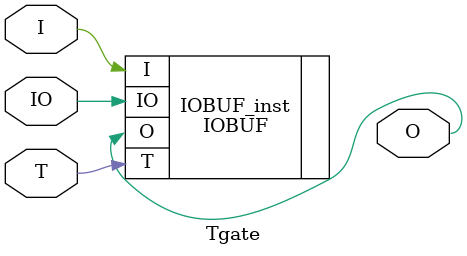
<source format=v>
`timescale 1ns / 1ps


module Tgate(
    input I,
    output O,
    inout IO,
    input T
    
    );
    IOBUF  IOBUF_inst(

       .O(O), // Buffer output
    
       .IO(IO), // Buffer inout port (connect directly to top-level port)
    
       .I(I), // Buffer input
    
       .T(T) // 3-state enable input, high=input, low=output
 
   ); 
endmodule

</source>
